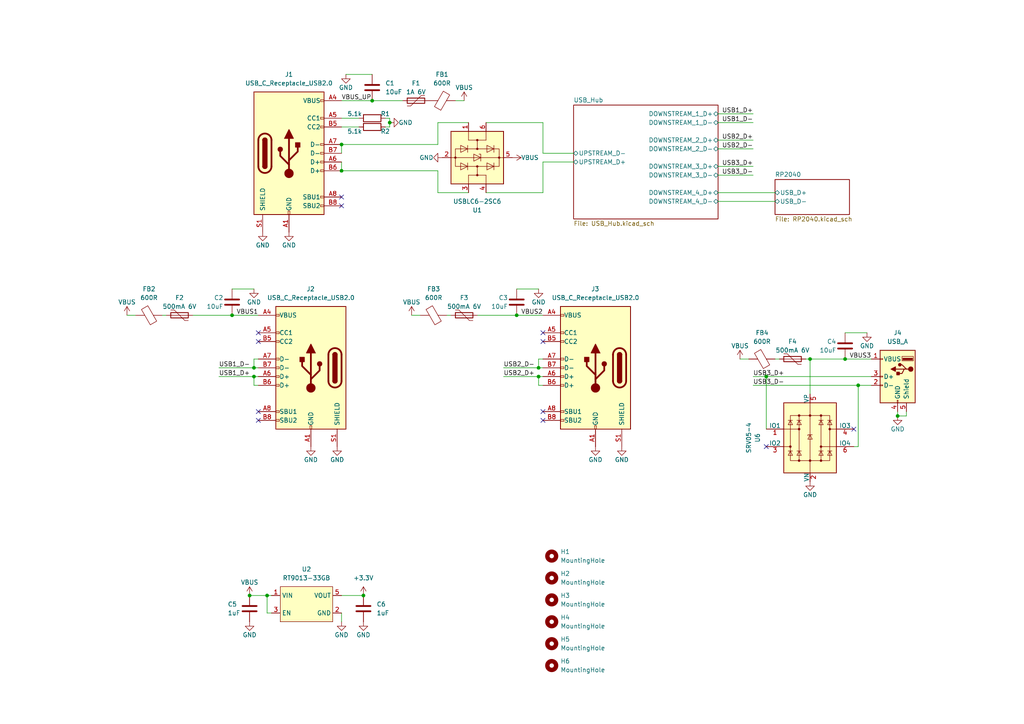
<source format=kicad_sch>
(kicad_sch (version 20211123) (generator eeschema)
  (paper "A4")
  (title_block (title "KP08Hub") (rev "1.0") (comment 1 "MIT License (Open source hardware)"))
  (lib_symbols
    (symbol "Connector:USB_A" (pin_names (offset 1.016))
      (property "Reference" "J" (at -5.08 11.43 0))
      (property "Value" "USB_A" (at -5.08 8.89 0))
      (symbol "USB_A_0_1"
        (rectangle (start -5.08 -7.62) (end 5.08 7.62) (stroke (width 0.254)) (fill (type background)))
        (circle (center -3.81 2.159) (radius 0.635) (stroke (width 0.254)) (fill (type outline)))
        (rectangle (start -1.524 4.826) (end -4.318 5.334) (fill (type outline)))
        (rectangle (start -1.27 4.572) (end -4.572 5.842))
        (circle (center -0.635 3.429) (radius 0.381) (stroke (width 0.254)) (fill (type outline)))
        (rectangle (start -0.127 -7.62) (end 0.127 -6.858))
        (polyline (pts (xy -3.175 2.159) (xy -2.54 2.159) (xy -1.27 3.429) (xy -0.635 3.429)) (stroke (width 0.254)))
        (polyline (pts (xy -2.54 2.159) (xy -1.905 2.159) (xy -1.27 0.889) (xy 0 0.889)) (stroke (width 0.254)))
        (polyline (pts (xy 0.635 2.794) (xy 0.635 1.524) (xy 1.905 2.159) (xy 0.635 2.794)) (stroke (width 0.254)) (fill (type outline)))
        (rectangle (start 0.254 1.27) (end -0.508 0.508) (stroke (width 0.254)) (fill (type outline)))
        (rectangle (start 5.08 -2.667) (end 4.318 -2.413))
        (rectangle (start 5.08 -0.127) (end 4.318 0.127))
        (rectangle (start 5.08 4.953) (end 4.318 5.207))
      )
      (symbol "USB_A_1_1"
        (polyline (pts (xy -1.905 2.159) (xy 0.635 2.159)) (stroke (width 0.254)))
        (pin power_in line (at 7.62 5.08 180) (length 2.54) (name "VBUS") (number "1"))
        (pin bidirectional line (at 7.62 -2.54 180) (length 2.54) (name "D-") (number "2"))
        (pin bidirectional line (at 7.62 0 180) (length 2.54) (name "D+") (number "3"))
        (pin power_in line (at 0 -10.16 90) (length 2.54) (name "GND") (number "4"))
        (pin passive line (at -2.54 -10.16 90) (length 2.54) (name "Shield") (number "5"))
      )
    )
    (symbol "Connector:USB_C_Receptacle_USB2.0" (pin_names (offset 1.016))
      (property "Reference" "J" (at -10.16 19.05 0))
      (property "Value" "USB_C_Receptacle_USB2.0" (at 19.05 19.05 0))
      (symbol "USB_C_Receptacle_USB2.0_0_0"
        (rectangle (start -0.254 -17.78) (end 0.254 -16.764))
        (rectangle (start 10.16 -14.986) (end 9.144 -15.494))
        (rectangle (start 10.16 -12.446) (end 9.144 -12.954))
        (rectangle (start 10.16 -4.826) (end 9.144 -5.334))
        (rectangle (start 10.16 -2.286) (end 9.144 -2.794))
        (rectangle (start 10.16 0.254) (end 9.144 -0.254))
        (rectangle (start 10.16 2.794) (end 9.144 2.286))
        (rectangle (start 10.16 7.874) (end 9.144 7.366))
        (rectangle (start 10.16 10.414) (end 9.144 9.906))
        (rectangle (start 10.16 15.494) (end 9.144 14.986))
      )
      (symbol "USB_C_Receptacle_USB2.0_0_1"
        (rectangle (start -10.16 17.78) (end 10.16 -17.78) (stroke (width 0.254)) (fill (type background)))
        (arc (start -8.89 -3.81) (mid -6.985 -5.715) (end -5.08 -3.81) (stroke (width 0.508)))
        (arc (start -7.62 -3.81) (mid -6.985 -4.445) (end -6.35 -3.81) (stroke (width 0.254)))
        (arc (start -7.62 -3.81) (mid -6.985 -4.445) (end -6.35 -3.81) (stroke (width 0.254)) (fill (type outline)))
        (rectangle (start -7.62 -3.81) (end -6.35 3.81) (stroke (width 0.254)) (fill (type outline)))
        (arc (start -6.35 3.81) (mid -6.985 4.445) (end -7.62 3.81) (stroke (width 0.254)))
        (arc (start -6.35 3.81) (mid -6.985 4.445) (end -7.62 3.81) (stroke (width 0.254)) (fill (type outline)))
        (arc (start -5.08 3.81) (mid -6.985 5.715) (end -8.89 3.81) (stroke (width 0.508)))
        (circle (center -2.54 1.143) (radius 0.635) (stroke (width 0.254)) (fill (type outline)))
        (circle (center 0 -5.842) (radius 1.27) (fill (type outline)))
        (polyline (pts (xy -8.89 -3.81) (xy -8.89 3.81)) (stroke (width 0.508)))
        (polyline (pts (xy -5.08 3.81) (xy -5.08 -3.81)) (stroke (width 0.508)))
        (polyline (pts (xy 0 -5.842) (xy 0 4.318)) (stroke (width 0.508)))
        (polyline (pts (xy 0 -3.302) (xy -2.54 -0.762) (xy -2.54 0.508)) (stroke (width 0.508)))
        (polyline (pts (xy 0 -2.032) (xy 2.54 0.508) (xy 2.54 1.778)) (stroke (width 0.508)))
        (polyline (pts (xy -1.27 4.318) (xy 0 6.858) (xy 1.27 4.318) (xy -1.27 4.318)) (stroke (width 0.254)) (fill (type outline)))
        (rectangle (start 1.905 1.778) (end 3.175 3.048) (stroke (width 0.254)) (fill (type outline)))
      )
      (symbol "USB_C_Receptacle_USB2.0_1_1"
        (pin passive line (at 0 -22.86 90) (length 5.08) (name "GND") (number "A1"))
        (pin passive line (at 0 -22.86 90) (length 5.08) hide (name "GND") (number "A12"))
        (pin passive line (at 15.24 15.24 180) (length 5.08) (name "VBUS") (number "A4"))
        (pin bidirectional line (at 15.24 10.16 180) (length 5.08) (name "CC1") (number "A5"))
        (pin bidirectional line (at 15.24 -2.54 180) (length 5.08) (name "D+") (number "A6"))
        (pin bidirectional line (at 15.24 2.54 180) (length 5.08) (name "D-") (number "A7"))
        (pin bidirectional line (at 15.24 -12.7 180) (length 5.08) (name "SBU1") (number "A8"))
        (pin passive line (at 15.24 15.24 180) (length 5.08) hide (name "VBUS") (number "A9"))
        (pin passive line (at 0 -22.86 90) (length 5.08) hide (name "GND") (number "B1"))
        (pin passive line (at 0 -22.86 90) (length 5.08) hide (name "GND") (number "B12"))
        (pin passive line (at 15.24 15.24 180) (length 5.08) hide (name "VBUS") (number "B4"))
        (pin bidirectional line (at 15.24 7.62 180) (length 5.08) (name "CC2") (number "B5"))
        (pin bidirectional line (at 15.24 -5.08 180) (length 5.08) (name "D+") (number "B6"))
        (pin bidirectional line (at 15.24 0 180) (length 5.08) (name "D-") (number "B7"))
        (pin bidirectional line (at 15.24 -15.24 180) (length 5.08) (name "SBU2") (number "B8"))
        (pin passive line (at 15.24 15.24 180) (length 5.08) hide (name "VBUS") (number "B9"))
        (pin passive line (at -7.62 -22.86 90) (length 5.08) (name "SHIELD") (number "S1"))
      )
    )
    (symbol "Device:C" (pin_numbers hide) (pin_names (offset 0.254))
      (property "Reference" "C" (at 0.635 2.54 0))
      (property "Value" "C" (at 0.635 -2.54 0))
      (symbol "C_0_1"
        (polyline (pts (xy -2.032 -0.762) (xy 2.032 -0.762)) (stroke (width 0.508)))
        (polyline (pts (xy -2.032 0.762) (xy 2.032 0.762)) (stroke (width 0.508)))
      )
      (symbol "C_1_1"
        (pin passive line (at 0 3.81 270) (length 2.794) (name "~") (number "1"))
        (pin passive line (at 0 -3.81 90) (length 2.794) (name "~") (number "2"))
      )
    )
    (symbol "Device:FerriteBead" (pin_numbers hide) (pin_names (offset 0))
      (property "Reference" "FB" (at -3.81 0.635 90))
      (property "Value" "FerriteBead" (at 3.81 0 90))
      (symbol "FerriteBead_0_1"
        (polyline (pts (xy 0 -1.27) (xy 0 -1.2192)))
        (polyline (pts (xy 0 1.27) (xy 0 1.2954)))
        (polyline (pts (xy -2.7686 0.4064) (xy -1.7018 2.2606) (xy 2.7686 -0.3048) (xy 1.6764 -2.159) (xy -2.7686 0.4064)))
      )
      (symbol "FerriteBead_1_1"
        (pin passive line (at 0 3.81 270) (length 2.54) (name "~") (number "1"))
        (pin passive line (at 0 -3.81 90) (length 2.54) (name "~") (number "2"))
      )
    )
    (symbol "Device:Polyfuse" (pin_numbers hide) (pin_names (offset 0))
      (property "Reference" "F" (at -2.54 0 90))
      (property "Value" "Polyfuse" (at 2.54 0 90))
      (symbol "Polyfuse_0_1"
        (rectangle (start -0.762 2.54) (end 0.762 -2.54) (stroke (width 0.254)))
        (polyline (pts (xy 0 2.54) (xy 0 -2.54)))
        (polyline (pts (xy -1.524 2.54) (xy -1.524 1.524) (xy 1.524 -1.524) (xy 1.524 -2.54)))
      )
      (symbol "Polyfuse_1_1"
        (pin passive line (at 0 3.81 270) (length 1.27) (name "~") (number "1"))
        (pin passive line (at 0 -3.81 90) (length 1.27) (name "~") (number "2"))
      )
    )
    (symbol "Device:R" (pin_numbers hide) (pin_names (offset 0))
      (property "Reference" "R" (at 2.032 0 90))
      (property "Value" "R" (at 0 0 90))
      (symbol "R_0_1"
        (rectangle (start -1.016 -2.54) (end 1.016 2.54) (stroke (width 0.254)))
      )
      (symbol "R_1_1"
        (pin passive line (at 0 3.81 270) (length 1.27) (name "~") (number "1"))
        (pin passive line (at 0 -3.81 90) (length 1.27) (name "~") (number "2"))
      )
    )
    (symbol "Mechanical:MountingHole" (pin_names (offset 1.016))
      (property "Reference" "H" (at 0 5.08 0))
      (property "Value" "MountingHole" (at 0 3.175 0))
      (symbol "MountingHole_0_1"
        (circle (center 0 0) (radius 1.27) (stroke (width 1.27)))
      )
    )
    (symbol "Power_Protection:SRV05-4" (pin_names (offset 0))
      (property "Reference" "U" (at -5.08 11.43 0))
      (property "Value" "SRV05-4" (at 2.54 11.43 0))
      (symbol "SRV05-4_0_0"
        (rectangle (start -5.715 6.477) (end 5.715 -6.604))
        (polyline (pts (xy -3.175 -6.604) (xy -3.175 6.477)))
        (polyline (pts (xy 3.175 6.477) (xy 3.175 -6.604)))
      )
      (symbol "SRV05-4_0_1"
        (rectangle (start -7.62 10.16) (end 7.62 -10.16) (stroke (width 0.254)) (fill (type background)))
        (circle (center -5.715 -2.54) (radius 0.2794) (fill (type outline)))
        (circle (center -3.175 -6.604) (radius 0.2794) (fill (type outline)))
        (circle (center -3.175 2.54) (radius 0.2794) (fill (type outline)))
        (circle (center -3.175 6.477) (radius 0.2794) (fill (type outline)))
        (circle (center 0 -6.604) (radius 0.2794) (fill (type outline)))
        (polyline (pts (xy -7.747 2.54) (xy -3.175 2.54)))
        (polyline (pts (xy -7.62 -2.54) (xy -5.715 -2.54)))
        (polyline (pts (xy -5.08 -3.81) (xy -6.35 -3.81)))
        (polyline (pts (xy -5.08 5.08) (xy -6.35 5.08)))
        (polyline (pts (xy -2.54 -3.81) (xy -3.81 -3.81)))
        (polyline (pts (xy -2.54 5.08) (xy -3.81 5.08)))
        (polyline (pts (xy 0 10.16) (xy 0 -10.16)))
        (polyline (pts (xy 3.81 -3.81) (xy 2.54 -3.81)))
        (polyline (pts (xy 3.81 5.08) (xy 2.54 5.08)))
        (polyline (pts (xy 6.35 -3.81) (xy 5.08 -3.81)))
        (polyline (pts (xy 6.35 5.08) (xy 5.08 5.08)))
        (polyline (pts (xy 7.62 -2.54) (xy 3.175 -2.54)))
        (polyline (pts (xy 7.62 2.54) (xy 5.715 2.54)))
        (polyline (pts (xy 0.635 0.889) (xy -0.635 0.889) (xy -0.635 0.635)))
        (polyline (pts (xy -5.08 -5.08) (xy -6.35 -5.08) (xy -5.715 -3.81) (xy -5.08 -5.08)))
        (polyline (pts (xy -5.08 3.81) (xy -6.35 3.81) (xy -5.715 5.08) (xy -5.08 3.81)))
        (polyline (pts (xy -2.54 -5.08) (xy -3.81 -5.08) (xy -3.175 -3.81) (xy -2.54 -5.08)))
        (polyline (pts (xy -2.54 3.81) (xy -3.81 3.81) (xy -3.175 5.08) (xy -2.54 3.81)))
        (polyline (pts (xy 0.635 -0.381) (xy -0.635 -0.381) (xy 0 0.889) (xy 0.635 -0.381)))
        (polyline (pts (xy 3.81 -5.08) (xy 2.54 -5.08) (xy 3.175 -3.81) (xy 3.81 -5.08)))
        (polyline (pts (xy 3.81 3.81) (xy 2.54 3.81) (xy 3.175 5.08) (xy 3.81 3.81)))
        (polyline (pts (xy 6.35 -5.08) (xy 5.08 -5.08) (xy 5.715 -3.81) (xy 6.35 -5.08)))
        (polyline (pts (xy 6.35 3.81) (xy 5.08 3.81) (xy 5.715 5.08) (xy 6.35 3.81)))
        (circle (center 0 6.477) (radius 0.2794) (fill (type outline)))
        (circle (center 3.175 -6.604) (radius 0.2794) (fill (type outline)))
        (circle (center 3.175 -2.54) (radius 0.2794) (fill (type outline)))
        (circle (center 3.175 6.477) (radius 0.2794) (fill (type outline)))
        (circle (center 5.715 2.54) (radius 0.2794) (fill (type outline)))
      )
      (symbol "SRV05-4_1_1"
        (pin passive line (at -12.7 2.54 0) (length 5.08) (name "IO1") (number "1"))
        (pin passive line (at 0 -12.7 90) (length 2.54) (name "VN") (number "2"))
        (pin passive line (at -12.7 -2.54 0) (length 5.08) (name "IO2") (number "3"))
        (pin passive line (at 12.7 2.54 180) (length 5.08) (name "IO3") (number "4"))
        (pin passive line (at 0 12.7 270) (length 2.54) (name "VP") (number "5"))
        (pin passive line (at 12.7 -2.54 180) (length 5.08) (name "IO4") (number "6"))
      )
    )
    (symbol "Power_Protection:USBLC6-2SC6" (pin_names hide)
      (property "Reference" "U" (at 2.54 8.89 0))
      (property "Value" "USBLC6-2SC6" (at 2.54 -8.89 0))
      (symbol "USBLC6-2SC6_0_1"
        (rectangle (start -7.62 -7.62) (end 7.62 7.62) (stroke (width 0.254)) (fill (type background)))
        (circle (center -5.08 0) (radius 0.254) (fill (type outline)))
        (circle (center -2.54 0) (radius 0.254) (fill (type outline)))
        (rectangle (start -2.54 6.35) (end 2.54 -6.35))
        (circle (center 0 -6.35) (radius 0.254) (fill (type outline)))
        (polyline (pts (xy -5.08 -2.54) (xy -7.62 -2.54)))
        (polyline (pts (xy -5.08 0) (xy -5.08 -2.54)))
        (polyline (pts (xy -5.08 2.54) (xy -7.62 2.54)))
        (polyline (pts (xy -1.524 -2.794) (xy -3.556 -2.794)))
        (polyline (pts (xy -1.524 4.826) (xy -3.556 4.826)))
        (polyline (pts (xy 0 -7.62) (xy 0 -6.35)))
        (polyline (pts (xy 0 -6.35) (xy 0 1.27)))
        (polyline (pts (xy 0 1.27) (xy 0 6.35)))
        (polyline (pts (xy 0 6.35) (xy 0 7.62)))
        (polyline (pts (xy 1.524 -2.794) (xy 3.556 -2.794)))
        (polyline (pts (xy 1.524 4.826) (xy 3.556 4.826)))
        (polyline (pts (xy 5.08 -2.54) (xy 7.62 -2.54)))
        (polyline (pts (xy 5.08 0) (xy 5.08 -2.54)))
        (polyline (pts (xy 5.08 2.54) (xy 7.62 2.54)))
        (polyline (pts (xy -2.54 0) (xy -5.08 0) (xy -5.08 2.54)))
        (polyline (pts (xy 2.54 0) (xy 5.08 0) (xy 5.08 2.54)))
        (polyline (pts (xy -3.556 -4.826) (xy -1.524 -4.826) (xy -2.54 -2.794) (xy -3.556 -4.826)))
        (polyline (pts (xy -3.556 2.794) (xy -1.524 2.794) (xy -2.54 4.826) (xy -3.556 2.794)))
        (polyline (pts (xy -1.016 -1.016) (xy 1.016 -1.016) (xy 0 1.016) (xy -1.016 -1.016)))
        (polyline (pts (xy 1.016 1.016) (xy 0.762 1.016) (xy -1.016 1.016) (xy -1.016 0.508)))
        (polyline (pts (xy 3.556 -4.826) (xy 1.524 -4.826) (xy 2.54 -2.794) (xy 3.556 -4.826)))
        (polyline (pts (xy 3.556 2.794) (xy 1.524 2.794) (xy 2.54 4.826) (xy 3.556 2.794)))
        (circle (center 0 6.35) (radius 0.254) (fill (type outline)))
        (circle (center 2.54 0) (radius 0.254) (fill (type outline)))
        (circle (center 5.08 0) (radius 0.254) (fill (type outline)))
      )
      (symbol "USBLC6-2SC6_1_1"
        (pin passive line (at -10.16 -2.54 0) (length 2.54) (name "I/O1") (number "1"))
        (pin passive line (at 0 -10.16 90) (length 2.54) (name "GND") (number "2"))
        (pin passive line (at 10.16 -2.54 180) (length 2.54) (name "I/O2") (number "3"))
        (pin passive line (at 10.16 2.54 180) (length 2.54) (name "I/O2") (number "4"))
        (pin passive line (at 0 10.16 270) (length 2.54) (name "VBUS") (number "5"))
        (pin passive line (at -10.16 2.54 0) (length 2.54) (name "I/O1") (number "6"))
      )
    )
    (symbol "keypad:RT9013-33GB"
      (property "Reference" "U" (at 0 6.35 0))
      (property "Value" "RT9013-33GB" (at 0 3.81 0))
      (symbol "RT9013-33GB_0_0"
        (pin power_in line (at -10.16 0 0) (length 2.54) (name "VIN") (number "1"))
        (pin power_in line (at 10.16 -5.08 180) (length 2.54) (name "GND") (number "2"))
        (pin input line (at -10.16 -5.08 0) (length 2.54) (name "EN") (number "3"))
        (pin no_connect non_logic (at 10.16 -2.54 180) (length 2.54) hide (name "NC") (number "4"))
        (pin power_out line (at 10.16 0 180) (length 2.54) (name "VOUT") (number "5"))
      )
      (symbol "RT9013-33GB_0_1"
        (rectangle (start -7.62 2.54) (end 7.62 -7.62) (fill (type background)))
      )
    )
    (symbol "power:+3.3V" (power) (pin_names (offset 0))
      (property "Value" "+3.3V" (at 0 3.556 0))
      (symbol "+3.3V_0_1"
        (polyline (pts (xy -0.762 1.27) (xy 0 2.54)))
        (polyline (pts (xy 0 0) (xy 0 2.54)))
        (polyline (pts (xy 0 2.54) (xy 0.762 1.27)))
      )
      (symbol "+3.3V_1_1"
        (pin power_in line (at 0 0 90) (length 0) hide (name "+3.3V") (number "1"))
      )
    )
    (symbol "power:GND" (power) (pin_names (offset 0))
      (property "Value" "GND" (at 0 -3.81 0))
      (symbol "GND_0_1"
        (polyline (pts (xy 0 0) (xy 0 -1.27) (xy 1.27 -1.27) (xy 0 -2.54) (xy -1.27 -1.27) (xy 0 -1.27)))
      )
      (symbol "GND_1_1"
        (pin power_in line (at 0 0 270) (length 0) hide (name "GND") (number "1"))
      )
    )
    (symbol "power:VBUS" (power) (pin_names (offset 0))
      (property "Value" "VBUS" (at 0 3.81 0))
      (symbol "VBUS_0_1"
        (polyline (pts (xy -0.762 1.27) (xy 0 2.54)))
        (polyline (pts (xy 0 0) (xy 0 2.54)))
        (polyline (pts (xy 0 2.54) (xy 0.762 1.27)))
      )
      (symbol "VBUS_1_1"
        (pin power_in line (at 0 0 90) (length 0) hide (name "VBUS") (number "1"))
      )
    )
  )
  (junction (at 234.95 104.14))
  (junction (at 105.41 172.72))
  (junction (at 260.35 120.65))
  (junction (at 99.06 41.91))
  (junction (at 113.03 35.56))
  (junction (at 156.21 106.68))
  (junction (at 222.25 109.22))
  (junction (at 99.06 49.53))
  (junction (at 73.66 106.68))
  (junction (at 67.31 91.44))
  (junction (at 156.21 109.22))
  (junction (at 107.95 29.21))
  (junction (at 248.92 111.76))
  (junction (at 77.47 172.72))
  (junction (at 72.39 172.72))
  (junction (at 73.66 109.22))
  (junction (at 149.86 91.44))
  (junction (at 245.11 104.14))
  (no_connect (at 157.48 99.06))
  (no_connect (at 157.48 96.52))
  (no_connect (at 99.06 59.69))
  (no_connect (at 99.06 57.15))
  (no_connect (at 157.48 121.92))
  (no_connect (at 74.93 96.52))
  (no_connect (at 74.93 99.06))
  (no_connect (at 222.25 129.54))
  (no_connect (at 247.65 124.46))
  (no_connect (at 157.48 119.38))
  (no_connect (at 74.93 119.38))
  (no_connect (at 74.93 121.92))
  (wire (pts (xy 73.66 111.76) (xy 74.93 111.76)))
  (wire (pts (xy 73.66 104.14) (xy 73.66 106.68)))
  (wire (pts (xy 72.39 172.72) (xy 77.47 172.72)))
  (wire (pts (xy 156.21 83.82) (xy 149.86 83.82)))
  (wire (pts (xy 157.48 44.45) (xy 166.37 44.45)))
  (wire (pts (xy 149.86 91.44) (xy 138.43 91.44)))
  (wire (pts (xy 208.28 58.42) (xy 224.79 58.42)))
  (wire (pts (xy 73.66 104.14) (xy 74.93 104.14)))
  (wire (pts (xy 146.05 109.22) (xy 156.21 109.22)))
  (wire (pts (xy 77.47 172.72) (xy 78.74 172.72)))
  (wire (pts (xy 157.48 55.88) (xy 157.48 46.99)))
  (wire (pts (xy 208.28 55.88) (xy 224.79 55.88)))
  (wire (pts (xy 73.66 109.22) (xy 73.66 111.76)))
  (wire (pts (xy 135.89 35.56) (xy 127 35.56)))
  (wire (pts (xy 67.31 91.44) (xy 74.93 91.44)))
  (wire (pts (xy 127 49.53) (xy 99.06 49.53)))
  (wire (pts (xy 208.28 48.26) (xy 218.44 48.26)))
  (wire (pts (xy 226.06 104.14) (xy 224.79 104.14)))
  (wire (pts (xy 67.31 91.44) (xy 55.88 91.44)))
  (wire (pts (xy 234.95 104.14) (xy 245.11 104.14)))
  (wire (pts (xy 149.86 91.44) (xy 157.48 91.44)))
  (wire (pts (xy 130.81 91.44) (xy 129.54 91.44)))
  (wire (pts (xy 218.44 109.22) (xy 222.25 109.22)))
  (wire (pts (xy 247.65 129.54) (xy 248.92 129.54)))
  (wire (pts (xy 248.92 111.76) (xy 252.73 111.76)))
  (wire (pts (xy 111.76 34.29) (xy 113.03 34.29)))
  (wire (pts (xy 262.89 120.65) (xy 262.89 119.38)))
  (wire (pts (xy 157.48 46.99) (xy 166.37 46.99)))
  (wire (pts (xy 127 55.88) (xy 127 49.53)))
  (wire (pts (xy 107.95 29.21) (xy 116.84 29.21)))
  (wire (pts (xy 218.44 111.76) (xy 248.92 111.76)))
  (wire (pts (xy 208.28 50.8) (xy 218.44 50.8)))
  (wire (pts (xy 156.21 104.14) (xy 157.48 104.14)))
  (wire (pts (xy 245.11 104.14) (xy 252.73 104.14)))
  (wire (pts (xy 63.5 109.22) (xy 73.66 109.22)))
  (wire (pts (xy 104.14 34.29) (xy 99.06 34.29)))
  (wire (pts (xy 156.21 109.22) (xy 157.48 109.22)))
  (wire (pts (xy 140.97 55.88) (xy 157.48 55.88)))
  (wire (pts (xy 260.35 120.65) (xy 260.35 119.38)))
  (wire (pts (xy 135.89 55.88) (xy 127 55.88)))
  (wire (pts (xy 73.66 83.82) (xy 67.31 83.82)))
  (wire (pts (xy 208.28 43.18) (xy 218.44 43.18)))
  (wire (pts (xy 113.03 36.83) (xy 113.03 35.56)))
  (wire (pts (xy 208.28 35.56) (xy 218.44 35.56)))
  (wire (pts (xy 111.76 36.83) (xy 113.03 36.83)))
  (wire (pts (xy 217.17 104.14) (xy 214.63 104.14)))
  (wire (pts (xy 105.41 172.72) (xy 99.06 172.72)))
  (wire (pts (xy 260.35 120.65) (xy 262.89 120.65)))
  (wire (pts (xy 99.06 180.34) (xy 99.06 177.8)))
  (wire (pts (xy 156.21 109.22) (xy 156.21 111.76)))
  (wire (pts (xy 222.25 109.22) (xy 222.25 124.46)))
  (wire (pts (xy 157.48 35.56) (xy 157.48 44.45)))
  (wire (pts (xy 73.66 109.22) (xy 74.93 109.22)))
  (wire (pts (xy 127 41.91) (xy 99.06 41.91)))
  (wire (pts (xy 113.03 35.56) (xy 113.03 34.29)))
  (wire (pts (xy 121.92 91.44) (xy 119.38 91.44)))
  (wire (pts (xy 248.92 111.76) (xy 248.92 129.54)))
  (wire (pts (xy 156.21 106.68) (xy 157.48 106.68)))
  (wire (pts (xy 99.06 41.91) (xy 99.06 44.45)))
  (wire (pts (xy 234.95 114.3) (xy 234.95 104.14)))
  (wire (pts (xy 63.5 106.68) (xy 73.66 106.68)))
  (wire (pts (xy 127 35.56) (xy 127 41.91)))
  (wire (pts (xy 99.06 29.21) (xy 107.95 29.21)))
  (wire (pts (xy 208.28 40.64) (xy 218.44 40.64)))
  (wire (pts (xy 156.21 104.14) (xy 156.21 106.68)))
  (wire (pts (xy 99.06 46.99) (xy 99.06 49.53)))
  (wire (pts (xy 132.08 29.21) (xy 134.62 29.21)))
  (wire (pts (xy 104.14 36.83) (xy 99.06 36.83)))
  (wire (pts (xy 251.46 96.52) (xy 245.11 96.52)))
  (wire (pts (xy 208.28 33.02) (xy 218.44 33.02)))
  (wire (pts (xy 222.25 109.22) (xy 252.73 109.22)))
  (wire (pts (xy 78.74 177.8) (xy 77.47 177.8)))
  (wire (pts (xy 100.33 21.59) (xy 107.95 21.59)))
  (wire (pts (xy 146.05 106.68) (xy 156.21 106.68)))
  (wire (pts (xy 140.97 35.56) (xy 157.48 35.56)))
  (wire (pts (xy 233.68 104.14) (xy 234.95 104.14)))
  (wire (pts (xy 73.66 106.68) (xy 74.93 106.68)))
  (wire (pts (xy 156.21 111.76) (xy 157.48 111.76)))
  (wire (pts (xy 77.47 172.72) (xy 77.47 177.8)))
  (wire (pts (xy 39.37 91.44) (xy 36.83 91.44)))
  (wire (pts (xy 48.26 91.44) (xy 46.99 91.44)))
  (label "VBUS_UP" (at 99.06 29.21 0))
  (label "USB3_D+" (at 218.44 48.26 180))
  (label "VBUS2" (at 151.13 91.44 0))
  (label "USB3_D+" (at 218.44 109.22 0))
  (label "USB1_D-" (at 63.5 106.68 0))
  (label "USB2_D-" (at 218.44 43.18 180))
  (label "USB1_D+" (at 218.44 33.02 180))
  (label "USB3_D-" (at 218.44 111.76 0))
  (label "USB2_D+" (at 218.44 40.64 180))
  (label "VBUS3" (at 246.38 104.14 0))
  (label "USB2_D+" (at 146.05 109.22 0))
  (label "USB2_D-" (at 146.05 106.68 0))
  (label "USB1_D+" (at 63.5 109.22 0))
  (label "VBUS1" (at 68.58 91.44 0))
  (label "USB3_D-" (at 218.44 50.8 180))
  (label "USB1_D-" (at 218.44 35.56 180))
  (symbol (lib_id "power:VBUS") (at 214.63 104.14 0) (mirror y) (unit 1)
    (property "Reference" "#PWR0103" (effects hide))
    (property "Value" "VBUS" (at 214.63 100.33 0))
  )
  (symbol (lib_id "Device:R") (at 107.95 34.29 90) (unit 1)
    (property "Reference" "R1" (at 111.76 33.02 90))
    (property "Value" "5.1k" (at 102.87 33.02 90))
    (property "Footprint" "Resistor_SMD:R_0402_1005Metric" (effects hide))
    (property "JLCPCB Part #" "C25905" (effects hide))
    (property "MFR. Part #" "0402WGF5101TCE" (effects hide))
  )
  (symbol (lib_id "power:GND") (at 234.95 139.7 0) (unit 1)
    (property "Reference" "#PWR0176" (effects hide))
    (property "Value" "GND" (at 234.95 143.51 0))
  )
  (symbol (lib_id "power:GND") (at 83.82 67.31 0) (unit 1)
    (property "Reference" "#PWR0108" (effects hide))
    (property "Value" "GND" (at 83.82 71.12 0))
  )
  (symbol (lib_id "Mechanical:MountingHole") (at 160.02 167.64 0) (unit 1) (in_bom no)
    (property "Reference" "H2" (at 162.56 166.3699 0) (effects (justify left)))
    (property "Value" "MountingHole" (at 162.56 168.9099 0) (effects (justify left)))
    (property "Footprint" "MountingHole:MountingHole_2.2mm_M2_ISO7380" (effects hide))
  )
  (symbol (lib_id "Device:Polyfuse") (at 52.07 91.44 270) (mirror x) (unit 1)
    (property "Reference" "F2" (at 52.07 86.36 90))
    (property "Value" "500mA 6V" (at 52.07 88.9 90))
    (property "Footprint" "Fuse:Fuse_0805_2012Metric" (effects hide))
    (property "JLCPCB Part #" "C269104" (effects hide))
    (property "MFR. Part #" "SMD0805B050TF" (effects hide))
  )
  (symbol (lib_id "power:GND") (at 72.39 180.34 0) (unit 1)
    (property "Reference" "#PWR0118" (effects hide))
    (property "Value" "GND" (at 72.39 184.15 0))
  )
  (symbol (lib_id "Device:R") (at 107.95 36.83 90) (unit 1)
    (property "Reference" "R2" (at 111.76 38.1 90))
    (property "Value" "5.1k" (at 102.87 38.1 90))
    (property "Footprint" "Resistor_SMD:R_0402_1005Metric" (effects hide))
    (property "JLCPCB Part #" "C25905" (effects hide))
    (property "MFR. Part #" "0402WGF5101TCE" (effects hide))
  )
  (symbol (lib_id "Power_Protection:SRV05-4") (at 234.95 127 0) (unit 1)
    (property "Reference" "U6" (at 219.71 127 90))
    (property "Value" "SRV05-4" (at 217.17 127 90))
    (property "Footprint" "Package_TO_SOT_SMD:SOT-23-6" (effects hide))
    (property "Datasheet" "http://www.onsemi.com/pub/Collateral/SRV05-4-D.PDF" (effects hide))
    (property "JLCPCB Part #" "C85364" (effects hide))
    (property "MFR. Part #" "SRV05-4-P-T7" (effects hide))
  )
  (symbol (lib_id "power:VBUS") (at 119.38 91.44 0) (mirror y) (unit 1)
    (property "Reference" "#PWR0119" (effects hide))
    (property "Value" "VBUS" (at 119.38 87.63 0))
  )
  (symbol (lib_id "power:GND") (at 99.06 180.34 0) (unit 1)
    (property "Reference" "#PWR0114" (effects hide))
    (property "Value" "GND" (at 99.06 184.15 0))
  )
  (symbol (lib_id "power:GND") (at 76.2 67.31 0) (unit 1)
    (property "Reference" "#PWR0107" (effects hide))
    (property "Value" "GND" (at 76.2 71.12 0))
  )
  (symbol (lib_id "Connector:USB_C_Receptacle_USB2.0") (at 90.17 106.68 0) (mirror y) (unit 1)
    (property "Reference" "J2" (at 88.9 83.82 0) (effects (justify right)))
    (property "Value" "USB_C_Receptacle_USB2.0" (at 77.47 86.36 0) (effects (justify right)))
    (property "Footprint" "Connector_USB:USB_C_Receptacle_HRO_TYPE-C-31-M-12" (effects hide))
    (property "Datasheet" "https://www.usb.org/sites/default/files/documents/usb_type-c.zip" (effects hide))
    (property "JLCPCB Part #" "C165948" (effects hide))
    (property "MFR. Part #" "TYPE-C-31-M-12" (effects hide))
  )
  (symbol (lib_id "power:GND") (at 113.03 35.56 90) (unit 1)
    (property "Reference" "#PWR0109" (effects hide))
    (property "Value" "GND" (at 115.57 35.56 90) (effects (justify right)))
  )
  (symbol (lib_id "Power_Protection:USBLC6-2SC6") (at 138.43 45.72 270) (unit 1)
    (property "Reference" "U1" (at 138.43 60.96 90))
    (property "Value" "USBLC6-2SC6" (at 138.43 58.42 90))
    (property "Footprint" "Package_TO_SOT_SMD:SOT-23-6" (effects hide))
    (property "Datasheet" "https://www.st.com/resource/en/datasheet/usblc6-2.pdf" (effects hide))
    (property "JLCPCB Part #" "C2827654" (effects hide))
    (property "MFR. Part #" "USBLC6-2SC6" (effects hide))
  )
  (symbol (lib_id "power:VBUS") (at 134.62 29.21 0) (unit 1)
    (property "Reference" "#PWR0104" (effects hide))
    (property "Value" "VBUS" (at 134.62 25.4 0))
  )
  (symbol (lib_id "power:GND") (at 73.66 83.82 0) (mirror y) (unit 1)
    (property "Reference" "#PWR0111" (effects hide))
    (property "Value" "GND" (at 73.66 87.63 0))
  )
  (symbol (lib_id "power:GND") (at 251.46 96.52 0) (mirror y) (unit 1)
    (property "Reference" "#PWR0102" (effects hide))
    (property "Value" "GND" (at 251.46 100.33 0))
  )
  (symbol (lib_id "power:GND") (at 100.33 21.59 0) (unit 1)
    (property "Reference" "#PWR0106" (effects hide))
    (property "Value" "GND" (at 100.33 25.4 0))
  )
  (symbol (lib_id "Device:Polyfuse") (at 134.62 91.44 270) (mirror x) (unit 1)
    (property "Reference" "F3" (at 134.62 86.36 90))
    (property "Value" "500mA 6V" (at 134.62 88.9 90))
    (property "Footprint" "Fuse:Fuse_0805_2012Metric" (effects hide))
    (property "JLCPCB Part #" "C269104" (effects hide))
    (property "MFR. Part #" "SMD0805B050TF" (effects hide))
  )
  (symbol (lib_id "Connector:USB_A") (at 260.35 109.22 0) (mirror y) (unit 1)
    (property "Reference" "J4" (at 260.35 96.52 0))
    (property "Value" "USB_A" (at 260.35 99.06 0))
    (property "Footprint" "Connector_USB:USB_A_Molex_67643_Horizontal" (effects hide))
    (property "Datasheet" " ~" (effects hide))
    (property "JLCPCB Part #" "C2345" (effects hide))
    (property "MFR. Part #" "902-131A1011D10100" (effects hide))
  )
  (symbol (lib_id "power:GND") (at 97.79 129.54 0) (unit 1)
    (property "Reference" "#PWR0116" (effects hide))
    (property "Value" "GND" (at 97.79 133.35 0))
  )
  (symbol (lib_id "power:GND") (at 180.34 129.54 0) (unit 1)
    (property "Reference" "#PWR0123" (effects hide))
    (property "Value" "GND" (at 180.34 133.35 0))
  )
  (symbol (lib_id "Device:C") (at 245.11 100.33 0) (mirror y) (unit 1)
    (property "Reference" "C4" (at 242.57 99.06 0) (effects (justify left)))
    (property "Value" "10uF" (at 242.57 101.6 0) (effects (justify left)))
    (property "Footprint" "Capacitor_SMD:C_0402_1005Metric" (effects hide))
    (property "JLCPCB Part #" "C15525" (effects hide))
    (property "MFR. Part #" "CL05A106MQ5NUNC" (effects hide))
  )
  (symbol (lib_id "power:GND") (at 90.17 129.54 0) (unit 1)
    (property "Reference" "#PWR0115" (effects hide))
    (property "Value" "GND" (at 90.17 133.35 0))
  )
  (symbol (lib_id "Mechanical:MountingHole") (at 160.02 161.29 0) (unit 1) (in_bom no)
    (property "Reference" "H1" (at 162.56 160.0199 0) (effects (justify left)))
    (property "Value" "MountingHole" (at 162.56 162.5599 0) (effects (justify left)))
    (property "Footprint" "MountingHole:MountingHole_2.2mm_M2_ISO7380" (effects hide))
  )
  (symbol (lib_id "Mechanical:MountingHole") (at 160.02 193.04 0) (unit 1) (in_bom no)
    (property "Reference" "H6" (at 162.56 191.7699 0) (effects (justify left)))
    (property "Value" "MountingHole" (at 162.56 194.3099 0) (effects (justify left)))
    (property "Footprint" "MountingHole:MountingHole_2.2mm_M2_ISO7380" (effects hide))
  )
  (symbol (lib_id "Mechanical:MountingHole") (at 160.02 173.99 0) (unit 1) (in_bom no)
    (property "Reference" "H3" (at 162.56 172.7199 0) (effects (justify left)))
    (property "Value" "MountingHole" (at 162.56 175.2599 0) (effects (justify left)))
    (property "Footprint" "MountingHole:MountingHole_2.2mm_M2_ISO7380" (effects hide))
  )
  (symbol (lib_id "Device:C") (at 107.95 25.4 0) (unit 1)
    (property "Reference" "C1" (at 111.76 24.1299 0) (effects (justify left)))
    (property "Value" "10uF" (at 111.76 26.6699 0) (effects (justify left)))
    (property "Footprint" "Capacitor_SMD:C_0402_1005Metric" (effects hide))
    (property "JLCPCB Part #" "C15525" (effects hide))
    (property "MFR. Part #" "CL05A106MQ5NUNC" (effects hide))
  )
  (symbol (lib_id "power:GND") (at 172.72 129.54 0) (unit 1)
    (property "Reference" "#PWR0122" (effects hide))
    (property "Value" "GND" (at 172.72 133.35 0))
  )
  (symbol (lib_id "Mechanical:MountingHole") (at 160.02 180.34 0) (unit 1) (in_bom no)
    (property "Reference" "H4" (at 162.56 179.0699 0) (effects (justify left)))
    (property "Value" "MountingHole" (at 162.56 181.6099 0) (effects (justify left)))
    (property "Footprint" "MountingHole:MountingHole_2.2mm_M2_ISO7380" (effects hide))
  )
  (symbol (lib_id "Connector:USB_C_Receptacle_USB2.0") (at 172.72 106.68 0) (mirror y) (unit 1)
    (property "Reference" "J3" (at 171.45 83.82 0) (effects (justify right)))
    (property "Value" "USB_C_Receptacle_USB2.0" (at 160.02 86.36 0) (effects (justify right)))
    (property "Footprint" "Connector_USB:USB_C_Receptacle_HRO_TYPE-C-31-M-12" (effects hide))
    (property "Datasheet" "https://www.usb.org/sites/default/files/documents/usb_type-c.zip" (effects hide))
    (property "JLCPCB Part #" "C165948" (effects hide))
    (property "MFR. Part #" "TYPE-C-31-M-12" (effects hide))
  )
  (symbol (lib_id "power:VBUS") (at 148.59 45.72 270) (unit 1)
    (property "Reference" "#PWR0121" (effects hide))
    (property "Value" "VBUS" (at 151.13 45.72 90) (effects (justify left)))
  )
  (symbol (lib_id "Device:FerriteBead") (at 43.18 91.44 270) (mirror x) (unit 1)
    (property "Reference" "FB2" (at 43.2308 83.82 90))
    (property "Value" "600R" (at 43.2308 86.36 90))
    (property "Footprint" "Inductor_SMD:L_0805_2012Metric" (effects hide))
    (property "JLCPCB Part #" "C1017" (effects hide))
    (property "MFR. Part #" "GZ2012D601TF" (effects hide))
  )
  (symbol (lib_id "power:GND") (at 128.27 45.72 270) (unit 1)
    (property "Reference" "#PWR0105" (effects hide))
    (property "Value" "GND" (at 125.73 45.72 90) (effects (justify right)))
  )
  (symbol (lib_id "Device:C") (at 105.41 176.53 0) (unit 1)
    (property "Reference" "C6" (at 109.22 175.2599 0) (effects (justify left)))
    (property "Value" "1uF" (at 109.22 177.7999 0) (effects (justify left)))
    (property "Footprint" "Capacitor_SMD:C_0402_1005Metric" (effects hide))
    (property "JLCPCB Part #" "C52923" (effects hide))
    (property "MFR. Part #" "CL05A105KA5NQNC" (effects hide))
  )
  (symbol (lib_id "power:VBUS") (at 36.83 91.44 0) (mirror y) (unit 1)
    (property "Reference" "#PWR0110" (effects hide))
    (property "Value" "VBUS" (at 36.83 87.63 0))
  )
  (symbol (lib_id "power:GND") (at 105.41 180.34 0) (unit 1)
    (property "Reference" "#PWR0113" (effects hide))
    (property "Value" "GND" (at 105.41 184.15 0))
  )
  (symbol (lib_id "Device:FerriteBead") (at 220.98 104.14 270) (mirror x) (unit 1)
    (property "Reference" "FB4" (at 221.0308 96.52 90))
    (property "Value" "600R" (at 221.0308 99.06 90))
    (property "Footprint" "Inductor_SMD:L_0805_2012Metric" (effects hide))
    (property "JLCPCB Part #" "C1017" (effects hide))
    (property "MFR. Part #" "GZ2012D601TF" (effects hide))
  )
  (symbol (lib_id "Device:FerriteBead") (at 125.73 91.44 270) (mirror x) (unit 1)
    (property "Reference" "FB3" (at 125.7808 83.82 90))
    (property "Value" "600R" (at 125.7808 86.36 90))
    (property "Footprint" "Inductor_SMD:L_0805_2012Metric" (effects hide))
    (property "JLCPCB Part #" "C1017" (effects hide))
    (property "MFR. Part #" "GZ2012D601TF" (effects hide))
  )
  (symbol (lib_id "Device:C") (at 149.86 87.63 0) (mirror y) (unit 1)
    (property "Reference" "C3" (at 147.32 86.36 0) (effects (justify left)))
    (property "Value" "10uF" (at 147.32 88.9 0) (effects (justify left)))
    (property "Footprint" "Capacitor_SMD:C_0402_1005Metric" (effects hide))
    (property "JLCPCB Part #" "C15525" (effects hide))
    (property "MFR. Part #" "CL05A106MQ5NUNC" (effects hide))
  )
  (symbol (lib_id "keypad:RT9013-33GB") (at 88.9 172.72 0) (unit 1)
    (property "Reference" "U2" (at 88.9 165.1 0))
    (property "Value" "RT9013-33GB" (at 88.9 167.64 0))
    (property "Footprint" "Package_TO_SOT_SMD:SOT-23-5" (effects hide))
    (property "JLCPCB Part #" "C47773" (effects hide))
    (property "MFR. Part #" "RT9013-33GB" (effects hide))
  )
  (symbol (lib_id "power:GND") (at 260.35 120.65 0) (mirror y) (unit 1)
    (property "Reference" "#PWR0101" (effects hide))
    (property "Value" "GND" (at 260.35 124.46 0))
  )
  (symbol (lib_id "Device:Polyfuse") (at 120.65 29.21 90) (unit 1)
    (property "Reference" "F1" (at 120.65 24.13 90))
    (property "Value" "1A 6V" (at 120.65 26.67 90))
    (property "Footprint" "Fuse:Fuse_0805_2012Metric" (effects hide))
    (property "JLCPCB Part #" "C70061" (effects hide))
    (property "MFR. Part #" "SMD0805-100" (effects hide))
  )
  (symbol (lib_id "power:VBUS") (at 72.39 172.72 0) (unit 1)
    (property "Reference" "#PWR0117" (effects hide))
    (property "Value" "VBUS" (at 72.39 168.91 0))
  )
  (symbol (lib_id "Connector:USB_C_Receptacle_USB2.0") (at 83.82 44.45 0) (unit 1)
    (property "Reference" "J1" (at 83.82 21.59 0))
    (property "Value" "USB_C_Receptacle_USB2.0" (at 83.82 24.13 0))
    (property "Footprint" "Connector_USB:USB_C_Receptacle_HRO_TYPE-C-31-M-12" (effects hide))
    (property "Datasheet" "https://www.usb.org/sites/default/files/documents/usb_type-c.zip" (effects hide))
    (property "JLCPCB Part #" "C165948" (effects hide))
    (property "MFR. Part #" "TYPE-C-31-M-12" (effects hide))
  )
  (symbol (lib_id "power:+3.3V") (at 105.41 172.72 0) (unit 1)
    (property "Reference" "#PWR0112" (effects hide))
    (property "Value" "+3.3V" (at 105.41 167.64 0))
  )
  (symbol (lib_id "Device:C") (at 67.31 87.63 0) (mirror y) (unit 1)
    (property "Reference" "C2" (at 64.77 86.36 0) (effects (justify left)))
    (property "Value" "10uF" (at 64.77 88.9 0) (effects (justify left)))
    (property "Footprint" "Capacitor_SMD:C_0402_1005Metric" (effects hide))
    (property "JLCPCB Part #" "C15525" (effects hide))
    (property "MFR. Part #" "CL05A106MQ5NUNC" (effects hide))
  )
  (symbol (lib_id "Device:Polyfuse") (at 229.87 104.14 270) (mirror x) (unit 1)
    (property "Reference" "F4" (at 229.87 99.06 90))
    (property "Value" "500mA 6V" (at 229.87 101.6 90))
    (property "Footprint" "Fuse:Fuse_0805_2012Metric" (effects hide))
    (property "JLCPCB Part #" "C269104" (effects hide))
    (property "MFR. Part #" "SMD0805B050TF" (effects hide))
  )
  (symbol (lib_id "Device:C") (at 72.39 176.53 0) (unit 1)
    (property "Reference" "C5" (at 66.04 175.26 0) (effects (justify left)))
    (property "Value" "1uF" (at 66.04 177.8 0) (effects (justify left)))
    (property "Footprint" "Capacitor_SMD:C_0402_1005Metric" (effects hide))
    (property "JLCPCB Part #" "C52923" (effects hide))
    (property "MFR. Part #" "CL05A105KA5NQNC" (effects hide))
  )
  (symbol (lib_id "power:GND") (at 156.21 83.82 0) (mirror y) (unit 1)
    (property "Reference" "#PWR0120" (effects hide))
    (property "Value" "GND" (at 156.21 87.63 0))
  )
  (symbol (lib_id "Mechanical:MountingHole") (at 160.02 186.69 0) (unit 1) (in_bom no)
    (property "Reference" "H5" (at 162.56 185.4199 0) (effects (justify left)))
    (property "Value" "MountingHole" (at 162.56 187.9599 0) (effects (justify left)))
    (property "Footprint" "MountingHole:MountingHole_2.2mm_M2_ISO7380" (effects hide))
  )
  (symbol (lib_id "Device:FerriteBead") (at 128.27 29.21 90) (unit 1)
    (property "Reference" "FB1" (at 128.2192 21.59 90))
    (property "Value" "600R" (at 128.2192 24.13 90))
    (property "Footprint" "Inductor_SMD:L_0805_2012Metric" (effects hide))
    (property "JLCPCB Part #" "C1017" (effects hide))
    (property "MFR. Part #" "GZ2012D601TF" (effects hide))
  )
  (sheet (at 166.37 30.48) (size 41.91 33.02) (stroke (width 0.1524))
    (property "Sheet name" "USB_Hub" (at 166.37 29.7684 0) (effects (justify left bottom)))
    (property "Sheet file" "USB_Hub.kicad_sch" (at 166.37 64.0846 0) (effects (justify left top)))
    (pin "UPSTREAM_D-" tri_state (at 166.37 44.45 180))
    (pin "UPSTREAM_D+" tri_state (at 166.37 46.99 180))
    (pin "DOWNSTREAM_2_D+" tri_state (at 208.28 40.64 0))
    (pin "DOWNSTREAM_1_D-" tri_state (at 208.28 35.56 0))
    (pin "DOWNSTREAM_3_D+" tri_state (at 208.28 48.26 0))
    (pin "DOWNSTREAM_4_D+" tri_state (at 208.28 55.88 0))
    (pin "DOWNSTREAM_2_D-" tri_state (at 208.28 43.18 0))
    (pin "DOWNSTREAM_3_D-" tri_state (at 208.28 50.8 0))
    (pin "DOWNSTREAM_4_D-" tri_state (at 208.28 58.42 0))
    (pin "DOWNSTREAM_1_D+" tri_state (at 208.28 33.02 0))
  )
  (sheet (at 224.79 52.07) (size 21.59 10.16) (stroke (width 0.1524))
    (property "Sheet name" "RP2040" (at 224.79 51.3584 0) (effects (justify left bottom)))
    (property "Sheet file" "RP2040.kicad_sch" (at 224.79 62.8146 0) (effects (justify left top)))
    (pin "USB_D+" bidirectional (at 224.79 55.88 180))
    (pin "USB_D-" bidirectional (at 224.79 58.42 180))
  )
)
</source>
